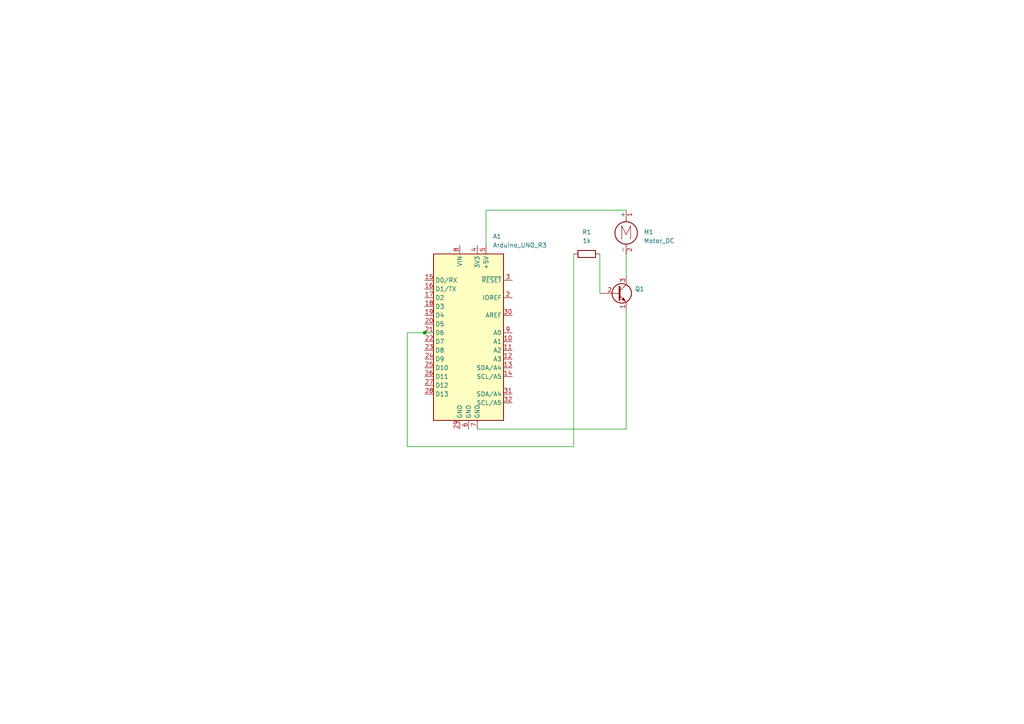
<source format=kicad_sch>
(kicad_sch (version 20230121) (generator eeschema)
  (paper "A4")
  (lib_symbols
    (symbol "Device:R" (pin_numbers hide) (pin_names (offset 0))
      (property "Reference" "R" (at 2.032 0 90))
      (property "Value" "R" (at 0 0 90))
      (symbol "R_0_1"
        (rectangle (start -1.016 -2.54) (end 1.016 2.54) (stroke (width 0.254)))
      )
      (symbol "R_1_1"
        (pin passive line (at 0 3.81 270) (length 1.27) (name "~") (number "1"))
        (pin passive line (at 0 -3.81 90) (length 1.27) (name "~") (number "2"))
      )
    )
    (symbol "MCU_Module:Arduino_UNO_R3"
      (property "Reference" "A" (at -10.16 23.495 0))
      (property "Value" "Arduino_UNO_R3" (at 5.08 -26.67 0))
      (symbol "Arduino_UNO_R3_0_1"
        (rectangle (start -10.16 22.86) (end 10.16 -25.4) (stroke (width 0.254)) (fill (type background)))
      )
      (symbol "Arduino_UNO_R3_1_1"
        (pin no_connect line (at -10.16 -20.32 0) (length 2.54) hide (name "NC") (number "1"))
        (pin bidirectional line (at 12.7 -2.54 180) (length 2.54) (name "A1") (number "10"))
        (pin bidirectional line (at 12.7 -5.08 180) (length 2.54) (name "A2") (number "11"))
        (pin bidirectional line (at 12.7 -7.62 180) (length 2.54) (name "A3") (number "12"))
        (pin bidirectional line (at 12.7 -10.16 180) (length 2.54) (name "SDA/A4") (number "13"))
        (pin bidirectional line (at 12.7 -12.7 180) (length 2.54) (name "SCL/A5") (number "14"))
        (pin bidirectional line (at -12.7 15.24 0) (length 2.54) (name "D0/RX") (number "15"))
        (pin bidirectional line (at -12.7 12.7 0) (length 2.54) (name "D1/TX") (number "16"))
        (pin bidirectional line (at -12.7 10.16 0) (length 2.54) (name "D2") (number "17"))
        (pin bidirectional line (at -12.7 7.62 0) (length 2.54) (name "D3") (number "18"))
        (pin bidirectional line (at -12.7 5.08 0) (length 2.54) (name "D4") (number "19"))
        (pin output line (at 12.7 10.16 180) (length 2.54) (name "IOREF") (number "2"))
        (pin bidirectional line (at -12.7 2.54 0) (length 2.54) (name "D5") (number "20"))
        (pin bidirectional line (at -12.7 0 0) (length 2.54) (name "D6") (number "21"))
        (pin bidirectional line (at -12.7 -2.54 0) (length 2.54) (name "D7") (number "22"))
        (pin bidirectional line (at -12.7 -5.08 0) (length 2.54) (name "D8") (number "23"))
        (pin bidirectional line (at -12.7 -7.62 0) (length 2.54) (name "D9") (number "24"))
        (pin bidirectional line (at -12.7 -10.16 0) (length 2.54) (name "D10") (number "25"))
        (pin bidirectional line (at -12.7 -12.7 0) (length 2.54) (name "D11") (number "26"))
        (pin bidirectional line (at -12.7 -15.24 0) (length 2.54) (name "D12") (number "27"))
        (pin bidirectional line (at -12.7 -17.78 0) (length 2.54) (name "D13") (number "28"))
        (pin power_in line (at -2.54 -27.94 90) (length 2.54) (name "GND") (number "29"))
        (pin input line (at 12.7 15.24 180) (length 2.54) (name "~{RESET}") (number "3"))
        (pin input line (at 12.7 5.08 180) (length 2.54) (name "AREF") (number "30"))
        (pin bidirectional line (at 12.7 -17.78 180) (length 2.54) (name "SDA/A4") (number "31"))
        (pin bidirectional line (at 12.7 -20.32 180) (length 2.54) (name "SCL/A5") (number "32"))
        (pin power_out line (at 2.54 25.4 270) (length 2.54) (name "3V3") (number "4"))
        (pin power_out line (at 5.08 25.4 270) (length 2.54) (name "+5V") (number "5"))
        (pin power_in line (at 0 -27.94 90) (length 2.54) (name "GND") (number "6"))
        (pin power_in line (at 2.54 -27.94 90) (length 2.54) (name "GND") (number "7"))
        (pin power_in line (at -2.54 25.4 270) (length 2.54) (name "VIN") (number "8"))
        (pin bidirectional line (at 12.7 0 180) (length 2.54) (name "A0") (number "9"))
      )
    )
    (symbol "Motor:Motor_DC" (pin_names (offset 0))
      (property "Reference" "M" (at 2.54 2.54 0))
      (property "Value" "Motor_DC" (at 2.54 -5.08 0))
      (symbol "Motor_DC_0_0"
        (polyline (pts (xy -1.27 -3.302) (xy -1.27 0.508) (xy 0 -2.032) (xy 1.27 0.508) (xy 1.27 -3.302)))
      )
      (symbol "Motor_DC_0_1"
        (circle (center 0 -1.524) (radius 3.2512) (stroke (width 0.254)))
        (polyline (pts (xy 0 -7.62) (xy 0 -7.112)))
        (polyline (pts (xy 0 -4.7752) (xy 0 -5.1816)))
        (polyline (pts (xy 0 1.7272) (xy 0 2.0828)))
        (polyline (pts (xy 0 2.032) (xy 0 2.54)))
      )
      (symbol "Motor_DC_1_1"
        (pin passive line (at 0 5.08 270) (length 2.54) (name "+") (number "1"))
        (pin passive line (at 0 -7.62 90) (length 2.54) (name "-") (number "2"))
      )
    )
    (symbol "Transistor_BJT:2N3904" (pin_names (offset 0) hide)
      (property "Reference" "Q" (at 5.08 1.905 0))
      (property "Value" "2N3904" (at 5.08 0 0))
      (symbol "2N3904_0_1"
        (polyline (pts (xy 0.635 0.635) (xy 2.54 2.54)))
        (polyline (pts (xy 0.635 -0.635) (xy 2.54 -2.54) (xy 2.54 -2.54)))
        (polyline (pts (xy 0.635 1.905) (xy 0.635 -1.905) (xy 0.635 -1.905)) (stroke (width 0.508)))
        (polyline (pts (xy 1.27 -1.778) (xy 1.778 -1.27) (xy 2.286 -2.286) (xy 1.27 -1.778) (xy 1.27 -1.778)) (fill (type outline)))
        (circle (center 1.27 0) (radius 2.8194) (stroke (width 0.254)))
      )
      (symbol "2N3904_1_1"
        (pin passive line (at 2.54 -5.08 90) (length 2.54) (name "E") (number "1"))
        (pin passive line (at -5.08 0 0) (length 5.715) (name "B") (number "2"))
        (pin passive line (at 2.54 5.08 270) (length 2.54) (name "C") (number "3"))
      )
    )
  )
  (junction (at 123.19 96.52))
  (wire (pts (xy 123.19 96.52) (xy 125.73 96.52)))
  (wire (pts (xy 166.37 129.54) (xy 166.37 73.66)))
  (wire (pts (xy 118.11 96.52) (xy 118.11 129.54)))
  (wire (pts (xy 181.61 90.17) (xy 181.61 124.46)))
  (wire (pts (xy 140.97 60.96) (xy 140.97 71.12)))
  (wire (pts (xy 118.11 96.52) (xy 123.19 96.52)))
  (wire (pts (xy 118.11 129.54) (xy 166.37 129.54)))
  (wire (pts (xy 181.61 60.96) (xy 140.97 60.96)))
  (wire (pts (xy 173.99 85.09) (xy 173.99 73.66)))
  (wire (pts (xy 181.61 80.01) (xy 181.61 73.66)))
  (wire (pts (xy 181.61 124.46) (xy 138.43 124.46)))
  (symbol (lib_id "MCU_Module:Arduino_UNO_R3") (at 135.89 96.52 0) (unit 1)
    (property "Reference" "A1" (at 142.9259 68.58 0) (effects (justify left)))
    (property "Value" "Arduino_UNO_R3" (at 142.9259 71.12 0) (effects (justify left)))
    (property "Footprint" "Module:Arduino_UNO_R3" (effects hide))
    (property "Datasheet" "https://www.arduino.cc/en/Main/arduinoBoardUno" (effects hide))
  )
  (symbol (lib_id "Transistor_BJT:2N3904") (at 179.07 85.09 0) (unit 1)
    (property "Reference" "Q1" (at 184.15 83.82 0) (effects (justify left)))
    (property "Value" "2N3904" (effects hide))
    (property "Footprint" "Package_TO_SOT_THT:TO-92_Inline" (effects hide))
    (property "Datasheet" "https://www.onsemi.com/pub/Collateral/2N3903-D.PDF" (effects hide))
  )
  (symbol (lib_id "Device:R") (at 170.18 73.66 90) (unit 1)
    (property "Reference" "R1" (at 170.18 67.31 90))
    (property "Value" "1k" (at 170.18 69.85 90))
  )
  (symbol (lib_id "Motor:Motor_DC") (at 181.61 66.04 0) (unit 1)
    (property "Reference" "M1" (at 186.69 67.31 0) (effects (justify left)))
    (property "Value" "Motor_DC" (at 186.69 69.85 0) (effects (justify left)))
  )
)
</source>
